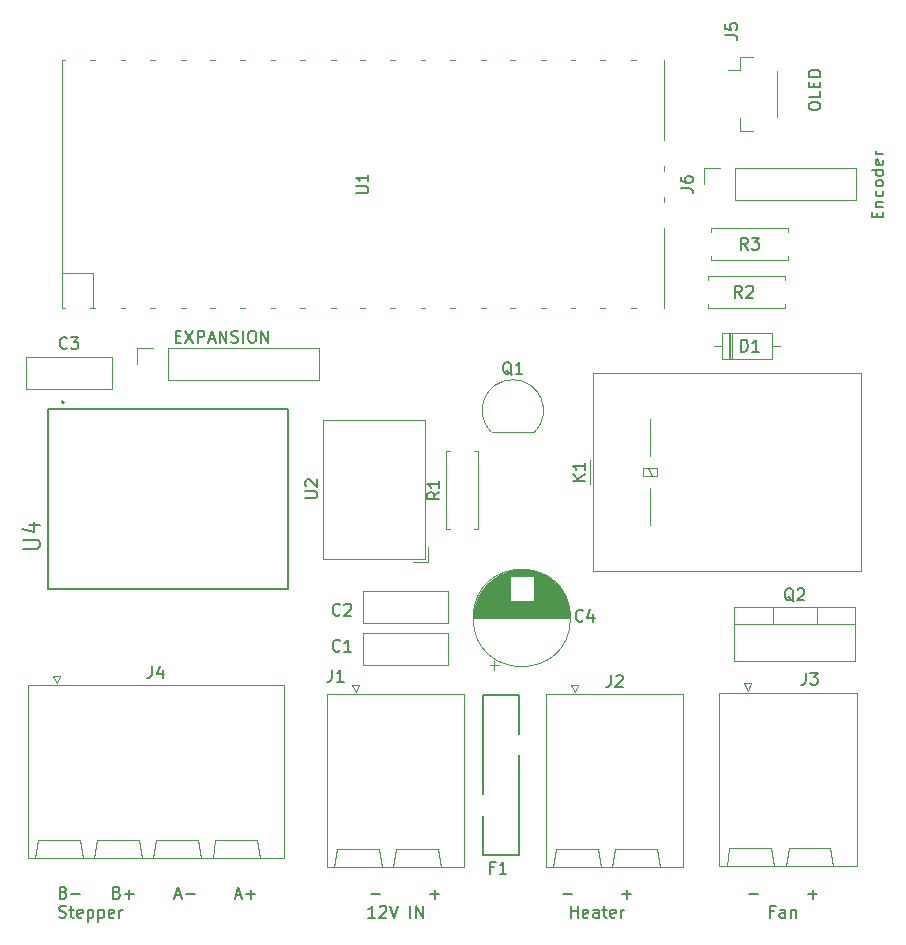
<source format=gbr>
%TF.GenerationSoftware,KiCad,Pcbnew,7.0.1*%
%TF.CreationDate,2023-03-31T16:58:59-04:00*%
%TF.ProjectId,KiwiBoard,4b697769-426f-4617-9264-2e6b69636164,rev?*%
%TF.SameCoordinates,Original*%
%TF.FileFunction,Legend,Top*%
%TF.FilePolarity,Positive*%
%FSLAX46Y46*%
G04 Gerber Fmt 4.6, Leading zero omitted, Abs format (unit mm)*
G04 Created by KiCad (PCBNEW 7.0.1) date 2023-03-31 16:58:59*
%MOMM*%
%LPD*%
G01*
G04 APERTURE LIST*
%ADD10C,0.150000*%
%ADD11C,0.120000*%
%ADD12C,0.127000*%
%ADD13C,0.200000*%
G04 APERTURE END LIST*
D10*
X122797809Y-55387904D02*
X122797809Y-55054571D01*
X123321619Y-54911714D02*
X123321619Y-55387904D01*
X123321619Y-55387904D02*
X122321619Y-55387904D01*
X122321619Y-55387904D02*
X122321619Y-54911714D01*
X122654952Y-54483142D02*
X123321619Y-54483142D01*
X122750190Y-54483142D02*
X122702571Y-54435523D01*
X122702571Y-54435523D02*
X122654952Y-54340285D01*
X122654952Y-54340285D02*
X122654952Y-54197428D01*
X122654952Y-54197428D02*
X122702571Y-54102190D01*
X122702571Y-54102190D02*
X122797809Y-54054571D01*
X122797809Y-54054571D02*
X123321619Y-54054571D01*
X123274000Y-53149809D02*
X123321619Y-53245047D01*
X123321619Y-53245047D02*
X123321619Y-53435523D01*
X123321619Y-53435523D02*
X123274000Y-53530761D01*
X123274000Y-53530761D02*
X123226380Y-53578380D01*
X123226380Y-53578380D02*
X123131142Y-53625999D01*
X123131142Y-53625999D02*
X122845428Y-53625999D01*
X122845428Y-53625999D02*
X122750190Y-53578380D01*
X122750190Y-53578380D02*
X122702571Y-53530761D01*
X122702571Y-53530761D02*
X122654952Y-53435523D01*
X122654952Y-53435523D02*
X122654952Y-53245047D01*
X122654952Y-53245047D02*
X122702571Y-53149809D01*
X123321619Y-52578380D02*
X123274000Y-52673618D01*
X123274000Y-52673618D02*
X123226380Y-52721237D01*
X123226380Y-52721237D02*
X123131142Y-52768856D01*
X123131142Y-52768856D02*
X122845428Y-52768856D01*
X122845428Y-52768856D02*
X122750190Y-52721237D01*
X122750190Y-52721237D02*
X122702571Y-52673618D01*
X122702571Y-52673618D02*
X122654952Y-52578380D01*
X122654952Y-52578380D02*
X122654952Y-52435523D01*
X122654952Y-52435523D02*
X122702571Y-52340285D01*
X122702571Y-52340285D02*
X122750190Y-52292666D01*
X122750190Y-52292666D02*
X122845428Y-52245047D01*
X122845428Y-52245047D02*
X123131142Y-52245047D01*
X123131142Y-52245047D02*
X123226380Y-52292666D01*
X123226380Y-52292666D02*
X123274000Y-52340285D01*
X123274000Y-52340285D02*
X123321619Y-52435523D01*
X123321619Y-52435523D02*
X123321619Y-52578380D01*
X123321619Y-51387904D02*
X122321619Y-51387904D01*
X123274000Y-51387904D02*
X123321619Y-51483142D01*
X123321619Y-51483142D02*
X123321619Y-51673618D01*
X123321619Y-51673618D02*
X123274000Y-51768856D01*
X123274000Y-51768856D02*
X123226380Y-51816475D01*
X123226380Y-51816475D02*
X123131142Y-51864094D01*
X123131142Y-51864094D02*
X122845428Y-51864094D01*
X122845428Y-51864094D02*
X122750190Y-51816475D01*
X122750190Y-51816475D02*
X122702571Y-51768856D01*
X122702571Y-51768856D02*
X122654952Y-51673618D01*
X122654952Y-51673618D02*
X122654952Y-51483142D01*
X122654952Y-51483142D02*
X122702571Y-51387904D01*
X123274000Y-50530761D02*
X123321619Y-50625999D01*
X123321619Y-50625999D02*
X123321619Y-50816475D01*
X123321619Y-50816475D02*
X123274000Y-50911713D01*
X123274000Y-50911713D02*
X123178761Y-50959332D01*
X123178761Y-50959332D02*
X122797809Y-50959332D01*
X122797809Y-50959332D02*
X122702571Y-50911713D01*
X122702571Y-50911713D02*
X122654952Y-50816475D01*
X122654952Y-50816475D02*
X122654952Y-50625999D01*
X122654952Y-50625999D02*
X122702571Y-50530761D01*
X122702571Y-50530761D02*
X122797809Y-50483142D01*
X122797809Y-50483142D02*
X122893047Y-50483142D01*
X122893047Y-50483142D02*
X122988285Y-50959332D01*
X123321619Y-50054570D02*
X122654952Y-50054570D01*
X122845428Y-50054570D02*
X122750190Y-50006951D01*
X122750190Y-50006951D02*
X122702571Y-49959332D01*
X122702571Y-49959332D02*
X122654952Y-49864094D01*
X122654952Y-49864094D02*
X122654952Y-49768856D01*
X111903238Y-112684666D02*
X112665143Y-112684666D01*
X116950858Y-112684666D02*
X117712763Y-112684666D01*
X117331810Y-113065619D02*
X117331810Y-112303714D01*
X114046095Y-114161809D02*
X113712762Y-114161809D01*
X113712762Y-114685619D02*
X113712762Y-113685619D01*
X113712762Y-113685619D02*
X114188952Y-113685619D01*
X114998476Y-114685619D02*
X114998476Y-114161809D01*
X114998476Y-114161809D02*
X114950857Y-114066571D01*
X114950857Y-114066571D02*
X114855619Y-114018952D01*
X114855619Y-114018952D02*
X114665143Y-114018952D01*
X114665143Y-114018952D02*
X114569905Y-114066571D01*
X114998476Y-114638000D02*
X114903238Y-114685619D01*
X114903238Y-114685619D02*
X114665143Y-114685619D01*
X114665143Y-114685619D02*
X114569905Y-114638000D01*
X114569905Y-114638000D02*
X114522286Y-114542761D01*
X114522286Y-114542761D02*
X114522286Y-114447523D01*
X114522286Y-114447523D02*
X114569905Y-114352285D01*
X114569905Y-114352285D02*
X114665143Y-114304666D01*
X114665143Y-114304666D02*
X114903238Y-114304666D01*
X114903238Y-114304666D02*
X114998476Y-114257047D01*
X115474667Y-114018952D02*
X115474667Y-114685619D01*
X115474667Y-114114190D02*
X115522286Y-114066571D01*
X115522286Y-114066571D02*
X115617524Y-114018952D01*
X115617524Y-114018952D02*
X115760381Y-114018952D01*
X115760381Y-114018952D02*
X115855619Y-114066571D01*
X115855619Y-114066571D02*
X115903238Y-114161809D01*
X115903238Y-114161809D02*
X115903238Y-114685619D01*
X53911428Y-112541809D02*
X54054285Y-112589428D01*
X54054285Y-112589428D02*
X54101904Y-112637047D01*
X54101904Y-112637047D02*
X54149523Y-112732285D01*
X54149523Y-112732285D02*
X54149523Y-112875142D01*
X54149523Y-112875142D02*
X54101904Y-112970380D01*
X54101904Y-112970380D02*
X54054285Y-113018000D01*
X54054285Y-113018000D02*
X53959047Y-113065619D01*
X53959047Y-113065619D02*
X53578095Y-113065619D01*
X53578095Y-113065619D02*
X53578095Y-112065619D01*
X53578095Y-112065619D02*
X53911428Y-112065619D01*
X53911428Y-112065619D02*
X54006666Y-112113238D01*
X54006666Y-112113238D02*
X54054285Y-112160857D01*
X54054285Y-112160857D02*
X54101904Y-112256095D01*
X54101904Y-112256095D02*
X54101904Y-112351333D01*
X54101904Y-112351333D02*
X54054285Y-112446571D01*
X54054285Y-112446571D02*
X54006666Y-112494190D01*
X54006666Y-112494190D02*
X53911428Y-112541809D01*
X53911428Y-112541809D02*
X53578095Y-112541809D01*
X54578095Y-112684666D02*
X55340000Y-112684666D01*
X58435238Y-112541809D02*
X58578095Y-112589428D01*
X58578095Y-112589428D02*
X58625714Y-112637047D01*
X58625714Y-112637047D02*
X58673333Y-112732285D01*
X58673333Y-112732285D02*
X58673333Y-112875142D01*
X58673333Y-112875142D02*
X58625714Y-112970380D01*
X58625714Y-112970380D02*
X58578095Y-113018000D01*
X58578095Y-113018000D02*
X58482857Y-113065619D01*
X58482857Y-113065619D02*
X58101905Y-113065619D01*
X58101905Y-113065619D02*
X58101905Y-112065619D01*
X58101905Y-112065619D02*
X58435238Y-112065619D01*
X58435238Y-112065619D02*
X58530476Y-112113238D01*
X58530476Y-112113238D02*
X58578095Y-112160857D01*
X58578095Y-112160857D02*
X58625714Y-112256095D01*
X58625714Y-112256095D02*
X58625714Y-112351333D01*
X58625714Y-112351333D02*
X58578095Y-112446571D01*
X58578095Y-112446571D02*
X58530476Y-112494190D01*
X58530476Y-112494190D02*
X58435238Y-112541809D01*
X58435238Y-112541809D02*
X58101905Y-112541809D01*
X59101905Y-112684666D02*
X59863810Y-112684666D01*
X59482857Y-113065619D02*
X59482857Y-112303714D01*
X63340001Y-112779904D02*
X63816191Y-112779904D01*
X63244763Y-113065619D02*
X63578096Y-112065619D01*
X63578096Y-112065619D02*
X63911429Y-113065619D01*
X64244763Y-112684666D02*
X65006668Y-112684666D01*
X68482859Y-112779904D02*
X68959049Y-112779904D01*
X68387621Y-113065619D02*
X68720954Y-112065619D01*
X68720954Y-112065619D02*
X69054287Y-113065619D01*
X69387621Y-112684666D02*
X70149526Y-112684666D01*
X69768573Y-113065619D02*
X69768573Y-112303714D01*
X53530476Y-114638000D02*
X53673333Y-114685619D01*
X53673333Y-114685619D02*
X53911428Y-114685619D01*
X53911428Y-114685619D02*
X54006666Y-114638000D01*
X54006666Y-114638000D02*
X54054285Y-114590380D01*
X54054285Y-114590380D02*
X54101904Y-114495142D01*
X54101904Y-114495142D02*
X54101904Y-114399904D01*
X54101904Y-114399904D02*
X54054285Y-114304666D01*
X54054285Y-114304666D02*
X54006666Y-114257047D01*
X54006666Y-114257047D02*
X53911428Y-114209428D01*
X53911428Y-114209428D02*
X53720952Y-114161809D01*
X53720952Y-114161809D02*
X53625714Y-114114190D01*
X53625714Y-114114190D02*
X53578095Y-114066571D01*
X53578095Y-114066571D02*
X53530476Y-113971333D01*
X53530476Y-113971333D02*
X53530476Y-113876095D01*
X53530476Y-113876095D02*
X53578095Y-113780857D01*
X53578095Y-113780857D02*
X53625714Y-113733238D01*
X53625714Y-113733238D02*
X53720952Y-113685619D01*
X53720952Y-113685619D02*
X53959047Y-113685619D01*
X53959047Y-113685619D02*
X54101904Y-113733238D01*
X54387619Y-114018952D02*
X54768571Y-114018952D01*
X54530476Y-113685619D02*
X54530476Y-114542761D01*
X54530476Y-114542761D02*
X54578095Y-114638000D01*
X54578095Y-114638000D02*
X54673333Y-114685619D01*
X54673333Y-114685619D02*
X54768571Y-114685619D01*
X55482857Y-114638000D02*
X55387619Y-114685619D01*
X55387619Y-114685619D02*
X55197143Y-114685619D01*
X55197143Y-114685619D02*
X55101905Y-114638000D01*
X55101905Y-114638000D02*
X55054286Y-114542761D01*
X55054286Y-114542761D02*
X55054286Y-114161809D01*
X55054286Y-114161809D02*
X55101905Y-114066571D01*
X55101905Y-114066571D02*
X55197143Y-114018952D01*
X55197143Y-114018952D02*
X55387619Y-114018952D01*
X55387619Y-114018952D02*
X55482857Y-114066571D01*
X55482857Y-114066571D02*
X55530476Y-114161809D01*
X55530476Y-114161809D02*
X55530476Y-114257047D01*
X55530476Y-114257047D02*
X55054286Y-114352285D01*
X55959048Y-114018952D02*
X55959048Y-115018952D01*
X55959048Y-114066571D02*
X56054286Y-114018952D01*
X56054286Y-114018952D02*
X56244762Y-114018952D01*
X56244762Y-114018952D02*
X56340000Y-114066571D01*
X56340000Y-114066571D02*
X56387619Y-114114190D01*
X56387619Y-114114190D02*
X56435238Y-114209428D01*
X56435238Y-114209428D02*
X56435238Y-114495142D01*
X56435238Y-114495142D02*
X56387619Y-114590380D01*
X56387619Y-114590380D02*
X56340000Y-114638000D01*
X56340000Y-114638000D02*
X56244762Y-114685619D01*
X56244762Y-114685619D02*
X56054286Y-114685619D01*
X56054286Y-114685619D02*
X55959048Y-114638000D01*
X56863810Y-114018952D02*
X56863810Y-115018952D01*
X56863810Y-114066571D02*
X56959048Y-114018952D01*
X56959048Y-114018952D02*
X57149524Y-114018952D01*
X57149524Y-114018952D02*
X57244762Y-114066571D01*
X57244762Y-114066571D02*
X57292381Y-114114190D01*
X57292381Y-114114190D02*
X57340000Y-114209428D01*
X57340000Y-114209428D02*
X57340000Y-114495142D01*
X57340000Y-114495142D02*
X57292381Y-114590380D01*
X57292381Y-114590380D02*
X57244762Y-114638000D01*
X57244762Y-114638000D02*
X57149524Y-114685619D01*
X57149524Y-114685619D02*
X56959048Y-114685619D01*
X56959048Y-114685619D02*
X56863810Y-114638000D01*
X58149524Y-114638000D02*
X58054286Y-114685619D01*
X58054286Y-114685619D02*
X57863810Y-114685619D01*
X57863810Y-114685619D02*
X57768572Y-114638000D01*
X57768572Y-114638000D02*
X57720953Y-114542761D01*
X57720953Y-114542761D02*
X57720953Y-114161809D01*
X57720953Y-114161809D02*
X57768572Y-114066571D01*
X57768572Y-114066571D02*
X57863810Y-114018952D01*
X57863810Y-114018952D02*
X58054286Y-114018952D01*
X58054286Y-114018952D02*
X58149524Y-114066571D01*
X58149524Y-114066571D02*
X58197143Y-114161809D01*
X58197143Y-114161809D02*
X58197143Y-114257047D01*
X58197143Y-114257047D02*
X57720953Y-114352285D01*
X58625715Y-114685619D02*
X58625715Y-114018952D01*
X58625715Y-114209428D02*
X58673334Y-114114190D01*
X58673334Y-114114190D02*
X58720953Y-114066571D01*
X58720953Y-114066571D02*
X58816191Y-114018952D01*
X58816191Y-114018952D02*
X58911429Y-114018952D01*
X116987619Y-46053428D02*
X116987619Y-45862952D01*
X116987619Y-45862952D02*
X117035238Y-45767714D01*
X117035238Y-45767714D02*
X117130476Y-45672476D01*
X117130476Y-45672476D02*
X117320952Y-45624857D01*
X117320952Y-45624857D02*
X117654285Y-45624857D01*
X117654285Y-45624857D02*
X117844761Y-45672476D01*
X117844761Y-45672476D02*
X117940000Y-45767714D01*
X117940000Y-45767714D02*
X117987619Y-45862952D01*
X117987619Y-45862952D02*
X117987619Y-46053428D01*
X117987619Y-46053428D02*
X117940000Y-46148666D01*
X117940000Y-46148666D02*
X117844761Y-46243904D01*
X117844761Y-46243904D02*
X117654285Y-46291523D01*
X117654285Y-46291523D02*
X117320952Y-46291523D01*
X117320952Y-46291523D02*
X117130476Y-46243904D01*
X117130476Y-46243904D02*
X117035238Y-46148666D01*
X117035238Y-46148666D02*
X116987619Y-46053428D01*
X117987619Y-44720095D02*
X117987619Y-45196285D01*
X117987619Y-45196285D02*
X116987619Y-45196285D01*
X117463809Y-44386761D02*
X117463809Y-44053428D01*
X117987619Y-43910571D02*
X117987619Y-44386761D01*
X117987619Y-44386761D02*
X116987619Y-44386761D01*
X116987619Y-44386761D02*
X116987619Y-43910571D01*
X117987619Y-43481999D02*
X116987619Y-43481999D01*
X116987619Y-43481999D02*
X116987619Y-43243904D01*
X116987619Y-43243904D02*
X117035238Y-43101047D01*
X117035238Y-43101047D02*
X117130476Y-43005809D01*
X117130476Y-43005809D02*
X117225714Y-42958190D01*
X117225714Y-42958190D02*
X117416190Y-42910571D01*
X117416190Y-42910571D02*
X117559047Y-42910571D01*
X117559047Y-42910571D02*
X117749523Y-42958190D01*
X117749523Y-42958190D02*
X117844761Y-43005809D01*
X117844761Y-43005809D02*
X117940000Y-43101047D01*
X117940000Y-43101047D02*
X117987619Y-43243904D01*
X117987619Y-43243904D02*
X117987619Y-43481999D01*
X96155238Y-112684666D02*
X96917143Y-112684666D01*
X101202858Y-112684666D02*
X101964763Y-112684666D01*
X101583810Y-113065619D02*
X101583810Y-112303714D01*
X96869523Y-114685619D02*
X96869523Y-113685619D01*
X96869523Y-114161809D02*
X97440951Y-114161809D01*
X97440951Y-114685619D02*
X97440951Y-113685619D01*
X98298094Y-114638000D02*
X98202856Y-114685619D01*
X98202856Y-114685619D02*
X98012380Y-114685619D01*
X98012380Y-114685619D02*
X97917142Y-114638000D01*
X97917142Y-114638000D02*
X97869523Y-114542761D01*
X97869523Y-114542761D02*
X97869523Y-114161809D01*
X97869523Y-114161809D02*
X97917142Y-114066571D01*
X97917142Y-114066571D02*
X98012380Y-114018952D01*
X98012380Y-114018952D02*
X98202856Y-114018952D01*
X98202856Y-114018952D02*
X98298094Y-114066571D01*
X98298094Y-114066571D02*
X98345713Y-114161809D01*
X98345713Y-114161809D02*
X98345713Y-114257047D01*
X98345713Y-114257047D02*
X97869523Y-114352285D01*
X99202856Y-114685619D02*
X99202856Y-114161809D01*
X99202856Y-114161809D02*
X99155237Y-114066571D01*
X99155237Y-114066571D02*
X99059999Y-114018952D01*
X99059999Y-114018952D02*
X98869523Y-114018952D01*
X98869523Y-114018952D02*
X98774285Y-114066571D01*
X99202856Y-114638000D02*
X99107618Y-114685619D01*
X99107618Y-114685619D02*
X98869523Y-114685619D01*
X98869523Y-114685619D02*
X98774285Y-114638000D01*
X98774285Y-114638000D02*
X98726666Y-114542761D01*
X98726666Y-114542761D02*
X98726666Y-114447523D01*
X98726666Y-114447523D02*
X98774285Y-114352285D01*
X98774285Y-114352285D02*
X98869523Y-114304666D01*
X98869523Y-114304666D02*
X99107618Y-114304666D01*
X99107618Y-114304666D02*
X99202856Y-114257047D01*
X99536190Y-114018952D02*
X99917142Y-114018952D01*
X99679047Y-113685619D02*
X99679047Y-114542761D01*
X99679047Y-114542761D02*
X99726666Y-114638000D01*
X99726666Y-114638000D02*
X99821904Y-114685619D01*
X99821904Y-114685619D02*
X99917142Y-114685619D01*
X100631428Y-114638000D02*
X100536190Y-114685619D01*
X100536190Y-114685619D02*
X100345714Y-114685619D01*
X100345714Y-114685619D02*
X100250476Y-114638000D01*
X100250476Y-114638000D02*
X100202857Y-114542761D01*
X100202857Y-114542761D02*
X100202857Y-114161809D01*
X100202857Y-114161809D02*
X100250476Y-114066571D01*
X100250476Y-114066571D02*
X100345714Y-114018952D01*
X100345714Y-114018952D02*
X100536190Y-114018952D01*
X100536190Y-114018952D02*
X100631428Y-114066571D01*
X100631428Y-114066571D02*
X100679047Y-114161809D01*
X100679047Y-114161809D02*
X100679047Y-114257047D01*
X100679047Y-114257047D02*
X100202857Y-114352285D01*
X101107619Y-114685619D02*
X101107619Y-114018952D01*
X101107619Y-114209428D02*
X101155238Y-114114190D01*
X101155238Y-114114190D02*
X101202857Y-114066571D01*
X101202857Y-114066571D02*
X101298095Y-114018952D01*
X101298095Y-114018952D02*
X101393333Y-114018952D01*
X79899238Y-112684666D02*
X80661143Y-112684666D01*
X84946858Y-112684666D02*
X85708763Y-112684666D01*
X85327810Y-113065619D02*
X85327810Y-112303714D01*
X80280190Y-114685619D02*
X79708762Y-114685619D01*
X79994476Y-114685619D02*
X79994476Y-113685619D01*
X79994476Y-113685619D02*
X79899238Y-113828476D01*
X79899238Y-113828476D02*
X79804000Y-113923714D01*
X79804000Y-113923714D02*
X79708762Y-113971333D01*
X80661143Y-113780857D02*
X80708762Y-113733238D01*
X80708762Y-113733238D02*
X80804000Y-113685619D01*
X80804000Y-113685619D02*
X81042095Y-113685619D01*
X81042095Y-113685619D02*
X81137333Y-113733238D01*
X81137333Y-113733238D02*
X81184952Y-113780857D01*
X81184952Y-113780857D02*
X81232571Y-113876095D01*
X81232571Y-113876095D02*
X81232571Y-113971333D01*
X81232571Y-113971333D02*
X81184952Y-114114190D01*
X81184952Y-114114190D02*
X80613524Y-114685619D01*
X80613524Y-114685619D02*
X81232571Y-114685619D01*
X81518286Y-113685619D02*
X81851619Y-114685619D01*
X81851619Y-114685619D02*
X82184952Y-113685619D01*
X83280191Y-114685619D02*
X83280191Y-113685619D01*
X83756381Y-114685619D02*
X83756381Y-113685619D01*
X83756381Y-113685619D02*
X84327809Y-114685619D01*
X84327809Y-114685619D02*
X84327809Y-113685619D01*
%TO.C,EXPANSION*%
X63405238Y-65470809D02*
X63738571Y-65470809D01*
X63881428Y-65994619D02*
X63405238Y-65994619D01*
X63405238Y-65994619D02*
X63405238Y-64994619D01*
X63405238Y-64994619D02*
X63881428Y-64994619D01*
X64214762Y-64994619D02*
X64881428Y-65994619D01*
X64881428Y-64994619D02*
X64214762Y-65994619D01*
X65262381Y-65994619D02*
X65262381Y-64994619D01*
X65262381Y-64994619D02*
X65643333Y-64994619D01*
X65643333Y-64994619D02*
X65738571Y-65042238D01*
X65738571Y-65042238D02*
X65786190Y-65089857D01*
X65786190Y-65089857D02*
X65833809Y-65185095D01*
X65833809Y-65185095D02*
X65833809Y-65327952D01*
X65833809Y-65327952D02*
X65786190Y-65423190D01*
X65786190Y-65423190D02*
X65738571Y-65470809D01*
X65738571Y-65470809D02*
X65643333Y-65518428D01*
X65643333Y-65518428D02*
X65262381Y-65518428D01*
X66214762Y-65708904D02*
X66690952Y-65708904D01*
X66119524Y-65994619D02*
X66452857Y-64994619D01*
X66452857Y-64994619D02*
X66786190Y-65994619D01*
X67119524Y-65994619D02*
X67119524Y-64994619D01*
X67119524Y-64994619D02*
X67690952Y-65994619D01*
X67690952Y-65994619D02*
X67690952Y-64994619D01*
X68119524Y-65947000D02*
X68262381Y-65994619D01*
X68262381Y-65994619D02*
X68500476Y-65994619D01*
X68500476Y-65994619D02*
X68595714Y-65947000D01*
X68595714Y-65947000D02*
X68643333Y-65899380D01*
X68643333Y-65899380D02*
X68690952Y-65804142D01*
X68690952Y-65804142D02*
X68690952Y-65708904D01*
X68690952Y-65708904D02*
X68643333Y-65613666D01*
X68643333Y-65613666D02*
X68595714Y-65566047D01*
X68595714Y-65566047D02*
X68500476Y-65518428D01*
X68500476Y-65518428D02*
X68310000Y-65470809D01*
X68310000Y-65470809D02*
X68214762Y-65423190D01*
X68214762Y-65423190D02*
X68167143Y-65375571D01*
X68167143Y-65375571D02*
X68119524Y-65280333D01*
X68119524Y-65280333D02*
X68119524Y-65185095D01*
X68119524Y-65185095D02*
X68167143Y-65089857D01*
X68167143Y-65089857D02*
X68214762Y-65042238D01*
X68214762Y-65042238D02*
X68310000Y-64994619D01*
X68310000Y-64994619D02*
X68548095Y-64994619D01*
X68548095Y-64994619D02*
X68690952Y-65042238D01*
X69119524Y-65994619D02*
X69119524Y-64994619D01*
X69786190Y-64994619D02*
X69976666Y-64994619D01*
X69976666Y-64994619D02*
X70071904Y-65042238D01*
X70071904Y-65042238D02*
X70167142Y-65137476D01*
X70167142Y-65137476D02*
X70214761Y-65327952D01*
X70214761Y-65327952D02*
X70214761Y-65661285D01*
X70214761Y-65661285D02*
X70167142Y-65851761D01*
X70167142Y-65851761D02*
X70071904Y-65947000D01*
X70071904Y-65947000D02*
X69976666Y-65994619D01*
X69976666Y-65994619D02*
X69786190Y-65994619D01*
X69786190Y-65994619D02*
X69690952Y-65947000D01*
X69690952Y-65947000D02*
X69595714Y-65851761D01*
X69595714Y-65851761D02*
X69548095Y-65661285D01*
X69548095Y-65661285D02*
X69548095Y-65327952D01*
X69548095Y-65327952D02*
X69595714Y-65137476D01*
X69595714Y-65137476D02*
X69690952Y-65042238D01*
X69690952Y-65042238D02*
X69786190Y-64994619D01*
X70643333Y-65994619D02*
X70643333Y-64994619D01*
X70643333Y-64994619D02*
X71214761Y-65994619D01*
X71214761Y-65994619D02*
X71214761Y-64994619D01*
%TO.C,J1*%
X76628666Y-93696619D02*
X76628666Y-94410904D01*
X76628666Y-94410904D02*
X76581047Y-94553761D01*
X76581047Y-94553761D02*
X76485809Y-94649000D01*
X76485809Y-94649000D02*
X76342952Y-94696619D01*
X76342952Y-94696619D02*
X76247714Y-94696619D01*
X77628666Y-94696619D02*
X77057238Y-94696619D01*
X77342952Y-94696619D02*
X77342952Y-93696619D01*
X77342952Y-93696619D02*
X77247714Y-93839476D01*
X77247714Y-93839476D02*
X77152476Y-93934714D01*
X77152476Y-93934714D02*
X77057238Y-93982333D01*
%TO.C,F1*%
X90344399Y-110428761D02*
X90010798Y-110428761D01*
X90010798Y-110952991D02*
X90010798Y-109952188D01*
X90010798Y-109952188D02*
X90487371Y-109952188D01*
X91392859Y-110952991D02*
X90820972Y-110952991D01*
X91106915Y-110952991D02*
X91106915Y-109952188D01*
X91106915Y-109952188D02*
X91011601Y-110095160D01*
X91011601Y-110095160D02*
X90916286Y-110190474D01*
X90916286Y-110190474D02*
X90820972Y-110238132D01*
%TO.C,Q1*%
X91852761Y-68731857D02*
X91757523Y-68684238D01*
X91757523Y-68684238D02*
X91662285Y-68589000D01*
X91662285Y-68589000D02*
X91519428Y-68446142D01*
X91519428Y-68446142D02*
X91424190Y-68398523D01*
X91424190Y-68398523D02*
X91328952Y-68398523D01*
X91376571Y-68636619D02*
X91281333Y-68589000D01*
X91281333Y-68589000D02*
X91186095Y-68493761D01*
X91186095Y-68493761D02*
X91138476Y-68303285D01*
X91138476Y-68303285D02*
X91138476Y-67969952D01*
X91138476Y-67969952D02*
X91186095Y-67779476D01*
X91186095Y-67779476D02*
X91281333Y-67684238D01*
X91281333Y-67684238D02*
X91376571Y-67636619D01*
X91376571Y-67636619D02*
X91567047Y-67636619D01*
X91567047Y-67636619D02*
X91662285Y-67684238D01*
X91662285Y-67684238D02*
X91757523Y-67779476D01*
X91757523Y-67779476D02*
X91805142Y-67969952D01*
X91805142Y-67969952D02*
X91805142Y-68303285D01*
X91805142Y-68303285D02*
X91757523Y-68493761D01*
X91757523Y-68493761D02*
X91662285Y-68589000D01*
X91662285Y-68589000D02*
X91567047Y-68636619D01*
X91567047Y-68636619D02*
X91376571Y-68636619D01*
X92757523Y-68636619D02*
X92186095Y-68636619D01*
X92471809Y-68636619D02*
X92471809Y-67636619D01*
X92471809Y-67636619D02*
X92376571Y-67779476D01*
X92376571Y-67779476D02*
X92281333Y-67874714D01*
X92281333Y-67874714D02*
X92186095Y-67922333D01*
%TO.C,J5*%
X109952619Y-39957333D02*
X110666904Y-39957333D01*
X110666904Y-39957333D02*
X110809761Y-40004952D01*
X110809761Y-40004952D02*
X110905000Y-40100190D01*
X110905000Y-40100190D02*
X110952619Y-40243047D01*
X110952619Y-40243047D02*
X110952619Y-40338285D01*
X109952619Y-39004952D02*
X109952619Y-39481142D01*
X109952619Y-39481142D02*
X110428809Y-39528761D01*
X110428809Y-39528761D02*
X110381190Y-39481142D01*
X110381190Y-39481142D02*
X110333571Y-39385904D01*
X110333571Y-39385904D02*
X110333571Y-39147809D01*
X110333571Y-39147809D02*
X110381190Y-39052571D01*
X110381190Y-39052571D02*
X110428809Y-39004952D01*
X110428809Y-39004952D02*
X110524047Y-38957333D01*
X110524047Y-38957333D02*
X110762142Y-38957333D01*
X110762142Y-38957333D02*
X110857380Y-39004952D01*
X110857380Y-39004952D02*
X110905000Y-39052571D01*
X110905000Y-39052571D02*
X110952619Y-39147809D01*
X110952619Y-39147809D02*
X110952619Y-39385904D01*
X110952619Y-39385904D02*
X110905000Y-39481142D01*
X110905000Y-39481142D02*
X110857380Y-39528761D01*
%TO.C,C4*%
X97877333Y-89521380D02*
X97829714Y-89569000D01*
X97829714Y-89569000D02*
X97686857Y-89616619D01*
X97686857Y-89616619D02*
X97591619Y-89616619D01*
X97591619Y-89616619D02*
X97448762Y-89569000D01*
X97448762Y-89569000D02*
X97353524Y-89473761D01*
X97353524Y-89473761D02*
X97305905Y-89378523D01*
X97305905Y-89378523D02*
X97258286Y-89188047D01*
X97258286Y-89188047D02*
X97258286Y-89045190D01*
X97258286Y-89045190D02*
X97305905Y-88854714D01*
X97305905Y-88854714D02*
X97353524Y-88759476D01*
X97353524Y-88759476D02*
X97448762Y-88664238D01*
X97448762Y-88664238D02*
X97591619Y-88616619D01*
X97591619Y-88616619D02*
X97686857Y-88616619D01*
X97686857Y-88616619D02*
X97829714Y-88664238D01*
X97829714Y-88664238D02*
X97877333Y-88711857D01*
X98734476Y-88949952D02*
X98734476Y-89616619D01*
X98496381Y-88569000D02*
X98258286Y-89283285D01*
X98258286Y-89283285D02*
X98877333Y-89283285D01*
%TO.C,C3*%
X54189333Y-66447380D02*
X54141714Y-66495000D01*
X54141714Y-66495000D02*
X53998857Y-66542619D01*
X53998857Y-66542619D02*
X53903619Y-66542619D01*
X53903619Y-66542619D02*
X53760762Y-66495000D01*
X53760762Y-66495000D02*
X53665524Y-66399761D01*
X53665524Y-66399761D02*
X53617905Y-66304523D01*
X53617905Y-66304523D02*
X53570286Y-66114047D01*
X53570286Y-66114047D02*
X53570286Y-65971190D01*
X53570286Y-65971190D02*
X53617905Y-65780714D01*
X53617905Y-65780714D02*
X53665524Y-65685476D01*
X53665524Y-65685476D02*
X53760762Y-65590238D01*
X53760762Y-65590238D02*
X53903619Y-65542619D01*
X53903619Y-65542619D02*
X53998857Y-65542619D01*
X53998857Y-65542619D02*
X54141714Y-65590238D01*
X54141714Y-65590238D02*
X54189333Y-65637857D01*
X54522667Y-65542619D02*
X55141714Y-65542619D01*
X55141714Y-65542619D02*
X54808381Y-65923571D01*
X54808381Y-65923571D02*
X54951238Y-65923571D01*
X54951238Y-65923571D02*
X55046476Y-65971190D01*
X55046476Y-65971190D02*
X55094095Y-66018809D01*
X55094095Y-66018809D02*
X55141714Y-66114047D01*
X55141714Y-66114047D02*
X55141714Y-66352142D01*
X55141714Y-66352142D02*
X55094095Y-66447380D01*
X55094095Y-66447380D02*
X55046476Y-66495000D01*
X55046476Y-66495000D02*
X54951238Y-66542619D01*
X54951238Y-66542619D02*
X54665524Y-66542619D01*
X54665524Y-66542619D02*
X54570286Y-66495000D01*
X54570286Y-66495000D02*
X54522667Y-66447380D01*
%TO.C,C1*%
X77303333Y-92061380D02*
X77255714Y-92109000D01*
X77255714Y-92109000D02*
X77112857Y-92156619D01*
X77112857Y-92156619D02*
X77017619Y-92156619D01*
X77017619Y-92156619D02*
X76874762Y-92109000D01*
X76874762Y-92109000D02*
X76779524Y-92013761D01*
X76779524Y-92013761D02*
X76731905Y-91918523D01*
X76731905Y-91918523D02*
X76684286Y-91728047D01*
X76684286Y-91728047D02*
X76684286Y-91585190D01*
X76684286Y-91585190D02*
X76731905Y-91394714D01*
X76731905Y-91394714D02*
X76779524Y-91299476D01*
X76779524Y-91299476D02*
X76874762Y-91204238D01*
X76874762Y-91204238D02*
X77017619Y-91156619D01*
X77017619Y-91156619D02*
X77112857Y-91156619D01*
X77112857Y-91156619D02*
X77255714Y-91204238D01*
X77255714Y-91204238D02*
X77303333Y-91251857D01*
X78255714Y-92156619D02*
X77684286Y-92156619D01*
X77970000Y-92156619D02*
X77970000Y-91156619D01*
X77970000Y-91156619D02*
X77874762Y-91299476D01*
X77874762Y-91299476D02*
X77779524Y-91394714D01*
X77779524Y-91394714D02*
X77684286Y-91442333D01*
%TO.C,Q2*%
X115728761Y-87910857D02*
X115633523Y-87863238D01*
X115633523Y-87863238D02*
X115538285Y-87768000D01*
X115538285Y-87768000D02*
X115395428Y-87625142D01*
X115395428Y-87625142D02*
X115300190Y-87577523D01*
X115300190Y-87577523D02*
X115204952Y-87577523D01*
X115252571Y-87815619D02*
X115157333Y-87768000D01*
X115157333Y-87768000D02*
X115062095Y-87672761D01*
X115062095Y-87672761D02*
X115014476Y-87482285D01*
X115014476Y-87482285D02*
X115014476Y-87148952D01*
X115014476Y-87148952D02*
X115062095Y-86958476D01*
X115062095Y-86958476D02*
X115157333Y-86863238D01*
X115157333Y-86863238D02*
X115252571Y-86815619D01*
X115252571Y-86815619D02*
X115443047Y-86815619D01*
X115443047Y-86815619D02*
X115538285Y-86863238D01*
X115538285Y-86863238D02*
X115633523Y-86958476D01*
X115633523Y-86958476D02*
X115681142Y-87148952D01*
X115681142Y-87148952D02*
X115681142Y-87482285D01*
X115681142Y-87482285D02*
X115633523Y-87672761D01*
X115633523Y-87672761D02*
X115538285Y-87768000D01*
X115538285Y-87768000D02*
X115443047Y-87815619D01*
X115443047Y-87815619D02*
X115252571Y-87815619D01*
X116062095Y-86910857D02*
X116109714Y-86863238D01*
X116109714Y-86863238D02*
X116204952Y-86815619D01*
X116204952Y-86815619D02*
X116443047Y-86815619D01*
X116443047Y-86815619D02*
X116538285Y-86863238D01*
X116538285Y-86863238D02*
X116585904Y-86910857D01*
X116585904Y-86910857D02*
X116633523Y-87006095D01*
X116633523Y-87006095D02*
X116633523Y-87101333D01*
X116633523Y-87101333D02*
X116585904Y-87244190D01*
X116585904Y-87244190D02*
X116014476Y-87815619D01*
X116014476Y-87815619D02*
X116633523Y-87815619D01*
%TO.C,C2*%
X77303333Y-89013380D02*
X77255714Y-89061000D01*
X77255714Y-89061000D02*
X77112857Y-89108619D01*
X77112857Y-89108619D02*
X77017619Y-89108619D01*
X77017619Y-89108619D02*
X76874762Y-89061000D01*
X76874762Y-89061000D02*
X76779524Y-88965761D01*
X76779524Y-88965761D02*
X76731905Y-88870523D01*
X76731905Y-88870523D02*
X76684286Y-88680047D01*
X76684286Y-88680047D02*
X76684286Y-88537190D01*
X76684286Y-88537190D02*
X76731905Y-88346714D01*
X76731905Y-88346714D02*
X76779524Y-88251476D01*
X76779524Y-88251476D02*
X76874762Y-88156238D01*
X76874762Y-88156238D02*
X77017619Y-88108619D01*
X77017619Y-88108619D02*
X77112857Y-88108619D01*
X77112857Y-88108619D02*
X77255714Y-88156238D01*
X77255714Y-88156238D02*
X77303333Y-88203857D01*
X77684286Y-88203857D02*
X77731905Y-88156238D01*
X77731905Y-88156238D02*
X77827143Y-88108619D01*
X77827143Y-88108619D02*
X78065238Y-88108619D01*
X78065238Y-88108619D02*
X78160476Y-88156238D01*
X78160476Y-88156238D02*
X78208095Y-88203857D01*
X78208095Y-88203857D02*
X78255714Y-88299095D01*
X78255714Y-88299095D02*
X78255714Y-88394333D01*
X78255714Y-88394333D02*
X78208095Y-88537190D01*
X78208095Y-88537190D02*
X77636667Y-89108619D01*
X77636667Y-89108619D02*
X78255714Y-89108619D01*
%TO.C,R1*%
X85722619Y-78652666D02*
X85246428Y-78985999D01*
X85722619Y-79224094D02*
X84722619Y-79224094D01*
X84722619Y-79224094D02*
X84722619Y-78843142D01*
X84722619Y-78843142D02*
X84770238Y-78747904D01*
X84770238Y-78747904D02*
X84817857Y-78700285D01*
X84817857Y-78700285D02*
X84913095Y-78652666D01*
X84913095Y-78652666D02*
X85055952Y-78652666D01*
X85055952Y-78652666D02*
X85151190Y-78700285D01*
X85151190Y-78700285D02*
X85198809Y-78747904D01*
X85198809Y-78747904D02*
X85246428Y-78843142D01*
X85246428Y-78843142D02*
X85246428Y-79224094D01*
X85722619Y-77700285D02*
X85722619Y-78271713D01*
X85722619Y-77985999D02*
X84722619Y-77985999D01*
X84722619Y-77985999D02*
X84865476Y-78081237D01*
X84865476Y-78081237D02*
X84960714Y-78176475D01*
X84960714Y-78176475D02*
X85008333Y-78271713D01*
%TO.C,D1*%
X111275905Y-66756619D02*
X111275905Y-65756619D01*
X111275905Y-65756619D02*
X111514000Y-65756619D01*
X111514000Y-65756619D02*
X111656857Y-65804238D01*
X111656857Y-65804238D02*
X111752095Y-65899476D01*
X111752095Y-65899476D02*
X111799714Y-65994714D01*
X111799714Y-65994714D02*
X111847333Y-66185190D01*
X111847333Y-66185190D02*
X111847333Y-66328047D01*
X111847333Y-66328047D02*
X111799714Y-66518523D01*
X111799714Y-66518523D02*
X111752095Y-66613761D01*
X111752095Y-66613761D02*
X111656857Y-66709000D01*
X111656857Y-66709000D02*
X111514000Y-66756619D01*
X111514000Y-66756619D02*
X111275905Y-66756619D01*
X112799714Y-66756619D02*
X112228286Y-66756619D01*
X112514000Y-66756619D02*
X112514000Y-65756619D01*
X112514000Y-65756619D02*
X112418762Y-65899476D01*
X112418762Y-65899476D02*
X112323524Y-65994714D01*
X112323524Y-65994714D02*
X112228286Y-66042333D01*
%TO.C,J3*%
X116760666Y-93950619D02*
X116760666Y-94664904D01*
X116760666Y-94664904D02*
X116713047Y-94807761D01*
X116713047Y-94807761D02*
X116617809Y-94903000D01*
X116617809Y-94903000D02*
X116474952Y-94950619D01*
X116474952Y-94950619D02*
X116379714Y-94950619D01*
X117141619Y-93950619D02*
X117760666Y-93950619D01*
X117760666Y-93950619D02*
X117427333Y-94331571D01*
X117427333Y-94331571D02*
X117570190Y-94331571D01*
X117570190Y-94331571D02*
X117665428Y-94379190D01*
X117665428Y-94379190D02*
X117713047Y-94426809D01*
X117713047Y-94426809D02*
X117760666Y-94522047D01*
X117760666Y-94522047D02*
X117760666Y-94760142D01*
X117760666Y-94760142D02*
X117713047Y-94855380D01*
X117713047Y-94855380D02*
X117665428Y-94903000D01*
X117665428Y-94903000D02*
X117570190Y-94950619D01*
X117570190Y-94950619D02*
X117284476Y-94950619D01*
X117284476Y-94950619D02*
X117189238Y-94903000D01*
X117189238Y-94903000D02*
X117141619Y-94855380D01*
%TO.C,U4*%
X50496666Y-83469666D02*
X51630000Y-83469666D01*
X51630000Y-83469666D02*
X51763333Y-83403000D01*
X51763333Y-83403000D02*
X51830000Y-83336333D01*
X51830000Y-83336333D02*
X51896666Y-83203000D01*
X51896666Y-83203000D02*
X51896666Y-82936333D01*
X51896666Y-82936333D02*
X51830000Y-82803000D01*
X51830000Y-82803000D02*
X51763333Y-82736333D01*
X51763333Y-82736333D02*
X51630000Y-82669666D01*
X51630000Y-82669666D02*
X50496666Y-82669666D01*
X50963333Y-81402999D02*
X51896666Y-81402999D01*
X50430000Y-81736333D02*
X51430000Y-82069666D01*
X51430000Y-82069666D02*
X51430000Y-81202999D01*
%TO.C,R3*%
X111847333Y-58120619D02*
X111514000Y-57644428D01*
X111275905Y-58120619D02*
X111275905Y-57120619D01*
X111275905Y-57120619D02*
X111656857Y-57120619D01*
X111656857Y-57120619D02*
X111752095Y-57168238D01*
X111752095Y-57168238D02*
X111799714Y-57215857D01*
X111799714Y-57215857D02*
X111847333Y-57311095D01*
X111847333Y-57311095D02*
X111847333Y-57453952D01*
X111847333Y-57453952D02*
X111799714Y-57549190D01*
X111799714Y-57549190D02*
X111752095Y-57596809D01*
X111752095Y-57596809D02*
X111656857Y-57644428D01*
X111656857Y-57644428D02*
X111275905Y-57644428D01*
X112180667Y-57120619D02*
X112799714Y-57120619D01*
X112799714Y-57120619D02*
X112466381Y-57501571D01*
X112466381Y-57501571D02*
X112609238Y-57501571D01*
X112609238Y-57501571D02*
X112704476Y-57549190D01*
X112704476Y-57549190D02*
X112752095Y-57596809D01*
X112752095Y-57596809D02*
X112799714Y-57692047D01*
X112799714Y-57692047D02*
X112799714Y-57930142D01*
X112799714Y-57930142D02*
X112752095Y-58025380D01*
X112752095Y-58025380D02*
X112704476Y-58073000D01*
X112704476Y-58073000D02*
X112609238Y-58120619D01*
X112609238Y-58120619D02*
X112323524Y-58120619D01*
X112323524Y-58120619D02*
X112228286Y-58073000D01*
X112228286Y-58073000D02*
X112180667Y-58025380D01*
%TO.C,U1*%
X78710619Y-53339904D02*
X79520142Y-53339904D01*
X79520142Y-53339904D02*
X79615380Y-53292285D01*
X79615380Y-53292285D02*
X79663000Y-53244666D01*
X79663000Y-53244666D02*
X79710619Y-53149428D01*
X79710619Y-53149428D02*
X79710619Y-52958952D01*
X79710619Y-52958952D02*
X79663000Y-52863714D01*
X79663000Y-52863714D02*
X79615380Y-52816095D01*
X79615380Y-52816095D02*
X79520142Y-52768476D01*
X79520142Y-52768476D02*
X78710619Y-52768476D01*
X79710619Y-51768476D02*
X79710619Y-52339904D01*
X79710619Y-52054190D02*
X78710619Y-52054190D01*
X78710619Y-52054190D02*
X78853476Y-52149428D01*
X78853476Y-52149428D02*
X78948714Y-52244666D01*
X78948714Y-52244666D02*
X78996333Y-52339904D01*
%TO.C,J2*%
X100250666Y-94155119D02*
X100250666Y-94869404D01*
X100250666Y-94869404D02*
X100203047Y-95012261D01*
X100203047Y-95012261D02*
X100107809Y-95107500D01*
X100107809Y-95107500D02*
X99964952Y-95155119D01*
X99964952Y-95155119D02*
X99869714Y-95155119D01*
X100679238Y-94250357D02*
X100726857Y-94202738D01*
X100726857Y-94202738D02*
X100822095Y-94155119D01*
X100822095Y-94155119D02*
X101060190Y-94155119D01*
X101060190Y-94155119D02*
X101155428Y-94202738D01*
X101155428Y-94202738D02*
X101203047Y-94250357D01*
X101203047Y-94250357D02*
X101250666Y-94345595D01*
X101250666Y-94345595D02*
X101250666Y-94440833D01*
X101250666Y-94440833D02*
X101203047Y-94583690D01*
X101203047Y-94583690D02*
X100631619Y-95155119D01*
X100631619Y-95155119D02*
X101250666Y-95155119D01*
%TO.C,J6*%
X106166619Y-52911333D02*
X106880904Y-52911333D01*
X106880904Y-52911333D02*
X107023761Y-52958952D01*
X107023761Y-52958952D02*
X107119000Y-53054190D01*
X107119000Y-53054190D02*
X107166619Y-53197047D01*
X107166619Y-53197047D02*
X107166619Y-53292285D01*
X106166619Y-52006571D02*
X106166619Y-52197047D01*
X106166619Y-52197047D02*
X106214238Y-52292285D01*
X106214238Y-52292285D02*
X106261857Y-52339904D01*
X106261857Y-52339904D02*
X106404714Y-52435142D01*
X106404714Y-52435142D02*
X106595190Y-52482761D01*
X106595190Y-52482761D02*
X106976142Y-52482761D01*
X106976142Y-52482761D02*
X107071380Y-52435142D01*
X107071380Y-52435142D02*
X107119000Y-52387523D01*
X107119000Y-52387523D02*
X107166619Y-52292285D01*
X107166619Y-52292285D02*
X107166619Y-52101809D01*
X107166619Y-52101809D02*
X107119000Y-52006571D01*
X107119000Y-52006571D02*
X107071380Y-51958952D01*
X107071380Y-51958952D02*
X106976142Y-51911333D01*
X106976142Y-51911333D02*
X106738047Y-51911333D01*
X106738047Y-51911333D02*
X106642809Y-51958952D01*
X106642809Y-51958952D02*
X106595190Y-52006571D01*
X106595190Y-52006571D02*
X106547571Y-52101809D01*
X106547571Y-52101809D02*
X106547571Y-52292285D01*
X106547571Y-52292285D02*
X106595190Y-52387523D01*
X106595190Y-52387523D02*
X106642809Y-52435142D01*
X106642809Y-52435142D02*
X106738047Y-52482761D01*
%TO.C,J4*%
X61388666Y-93393119D02*
X61388666Y-94107404D01*
X61388666Y-94107404D02*
X61341047Y-94250261D01*
X61341047Y-94250261D02*
X61245809Y-94345500D01*
X61245809Y-94345500D02*
X61102952Y-94393119D01*
X61102952Y-94393119D02*
X61007714Y-94393119D01*
X62293428Y-93726452D02*
X62293428Y-94393119D01*
X62055333Y-93345500D02*
X61817238Y-94059785D01*
X61817238Y-94059785D02*
X62436285Y-94059785D01*
%TO.C,U2*%
X74374119Y-79154904D02*
X75183642Y-79154904D01*
X75183642Y-79154904D02*
X75278880Y-79107285D01*
X75278880Y-79107285D02*
X75326500Y-79059666D01*
X75326500Y-79059666D02*
X75374119Y-78964428D01*
X75374119Y-78964428D02*
X75374119Y-78773952D01*
X75374119Y-78773952D02*
X75326500Y-78678714D01*
X75326500Y-78678714D02*
X75278880Y-78631095D01*
X75278880Y-78631095D02*
X75183642Y-78583476D01*
X75183642Y-78583476D02*
X74374119Y-78583476D01*
X74469357Y-78154904D02*
X74421738Y-78107285D01*
X74421738Y-78107285D02*
X74374119Y-78012047D01*
X74374119Y-78012047D02*
X74374119Y-77773952D01*
X74374119Y-77773952D02*
X74421738Y-77678714D01*
X74421738Y-77678714D02*
X74469357Y-77631095D01*
X74469357Y-77631095D02*
X74564595Y-77583476D01*
X74564595Y-77583476D02*
X74659833Y-77583476D01*
X74659833Y-77583476D02*
X74802690Y-77631095D01*
X74802690Y-77631095D02*
X75374119Y-78202523D01*
X75374119Y-78202523D02*
X75374119Y-77583476D01*
%TO.C,K1*%
X98017119Y-77700094D02*
X97017119Y-77700094D01*
X98017119Y-77128666D02*
X97445690Y-77557237D01*
X97017119Y-77128666D02*
X97588547Y-77700094D01*
X98017119Y-76176285D02*
X98017119Y-76747713D01*
X98017119Y-76461999D02*
X97017119Y-76461999D01*
X97017119Y-76461999D02*
X97159976Y-76557237D01*
X97159976Y-76557237D02*
X97255214Y-76652475D01*
X97255214Y-76652475D02*
X97302833Y-76747713D01*
%TO.C,R2*%
X111339333Y-62184619D02*
X111006000Y-61708428D01*
X110767905Y-62184619D02*
X110767905Y-61184619D01*
X110767905Y-61184619D02*
X111148857Y-61184619D01*
X111148857Y-61184619D02*
X111244095Y-61232238D01*
X111244095Y-61232238D02*
X111291714Y-61279857D01*
X111291714Y-61279857D02*
X111339333Y-61375095D01*
X111339333Y-61375095D02*
X111339333Y-61517952D01*
X111339333Y-61517952D02*
X111291714Y-61613190D01*
X111291714Y-61613190D02*
X111244095Y-61660809D01*
X111244095Y-61660809D02*
X111148857Y-61708428D01*
X111148857Y-61708428D02*
X110767905Y-61708428D01*
X111720286Y-61279857D02*
X111767905Y-61232238D01*
X111767905Y-61232238D02*
X111863143Y-61184619D01*
X111863143Y-61184619D02*
X112101238Y-61184619D01*
X112101238Y-61184619D02*
X112196476Y-61232238D01*
X112196476Y-61232238D02*
X112244095Y-61279857D01*
X112244095Y-61279857D02*
X112291714Y-61375095D01*
X112291714Y-61375095D02*
X112291714Y-61470333D01*
X112291714Y-61470333D02*
X112244095Y-61613190D01*
X112244095Y-61613190D02*
X111672667Y-62184619D01*
X111672667Y-62184619D02*
X112291714Y-62184619D01*
D11*
%TO.C,EXPANSION*%
X75498000Y-69148000D02*
X75498000Y-66488000D01*
X62738000Y-69148000D02*
X75498000Y-69148000D01*
X60138000Y-66488000D02*
X61468000Y-66488000D01*
X62738000Y-66488000D02*
X75498000Y-66488000D01*
X62738000Y-69148000D02*
X62738000Y-66488000D01*
X60138000Y-67818000D02*
X60138000Y-66488000D01*
%TO.C,J1*%
X76232000Y-95782500D02*
X87852000Y-95782500D01*
X76232000Y-110402500D02*
X76232000Y-95782500D01*
X76842000Y-110402500D02*
X77092000Y-108902500D01*
X77092000Y-108902500D02*
X80592000Y-108902500D01*
X78342000Y-94982500D02*
X78642000Y-95582500D01*
X78342000Y-94982500D02*
X78942000Y-94982500D01*
X78942000Y-94982500D02*
X78642000Y-95582500D01*
X80842000Y-110402500D02*
X80592000Y-108902500D01*
X81842000Y-110402500D02*
X82092000Y-108902500D01*
X82092000Y-108902500D02*
X85592000Y-108902500D01*
X85842000Y-110402500D02*
X85592000Y-108902500D01*
X87852000Y-95782500D02*
X87852000Y-110402500D01*
X87852000Y-110402500D02*
X76232000Y-110402500D01*
D12*
%TO.C,F1*%
X89382000Y-109406000D02*
X92482000Y-109406000D01*
X89382000Y-109406000D02*
X89382000Y-106106000D01*
X92482000Y-109406000D02*
X92482000Y-100906000D01*
X89382000Y-104206000D02*
X89382000Y-95826000D01*
X92482000Y-99156000D02*
X92482000Y-95826000D01*
X89382000Y-95826000D02*
X92482000Y-95826000D01*
D11*
%TO.C,Q1*%
X90148000Y-73584000D02*
X93748000Y-73584000D01*
X91948000Y-69134000D02*
G75*
G03*
X90109522Y-73572478I0J-2600000D01*
G01*
X93786478Y-73572478D02*
G75*
G03*
X91948000Y-69134000I-1838478J1838478D01*
G01*
%TO.C,J5*%
X112308000Y-41848000D02*
X111158000Y-41848000D01*
X111158000Y-41848000D02*
X111158000Y-42898000D01*
X111158000Y-42898000D02*
X110168000Y-42898000D01*
X114278000Y-43018000D02*
X114278000Y-46898000D01*
X112308000Y-48068000D02*
X111158000Y-48068000D01*
X111158000Y-48068000D02*
X111158000Y-47018000D01*
%TO.C,C4*%
X90395000Y-93720349D02*
X90395000Y-92920349D01*
X89995000Y-93320349D02*
X90795000Y-93320349D01*
X88630000Y-89310651D02*
X96790000Y-89310651D01*
X88630000Y-89270651D02*
X96790000Y-89270651D01*
X88630000Y-89230651D02*
X96790000Y-89230651D01*
X88631000Y-89190651D02*
X96789000Y-89190651D01*
X88633000Y-89150651D02*
X96787000Y-89150651D01*
X88634000Y-89110651D02*
X96786000Y-89110651D01*
X88636000Y-89070651D02*
X96784000Y-89070651D01*
X88639000Y-89030651D02*
X96781000Y-89030651D01*
X88642000Y-88990651D02*
X96778000Y-88990651D01*
X88645000Y-88950651D02*
X96775000Y-88950651D01*
X88649000Y-88910651D02*
X96771000Y-88910651D01*
X88653000Y-88870651D02*
X96767000Y-88870651D01*
X88658000Y-88830651D02*
X96762000Y-88830651D01*
X88662000Y-88790651D02*
X96758000Y-88790651D01*
X88668000Y-88750651D02*
X96752000Y-88750651D01*
X88673000Y-88710651D02*
X96747000Y-88710651D01*
X88680000Y-88670651D02*
X96740000Y-88670651D01*
X88686000Y-88630651D02*
X96734000Y-88630651D01*
X88693000Y-88589651D02*
X96727000Y-88589651D01*
X88700000Y-88549651D02*
X96720000Y-88549651D01*
X88708000Y-88509651D02*
X96712000Y-88509651D01*
X88716000Y-88469651D02*
X96704000Y-88469651D01*
X88725000Y-88429651D02*
X96695000Y-88429651D01*
X88734000Y-88389651D02*
X96686000Y-88389651D01*
X88743000Y-88349651D02*
X96677000Y-88349651D01*
X88753000Y-88309651D02*
X96667000Y-88309651D01*
X88763000Y-88269651D02*
X96657000Y-88269651D01*
X88774000Y-88229651D02*
X96646000Y-88229651D01*
X88785000Y-88189651D02*
X96635000Y-88189651D01*
X88796000Y-88149651D02*
X96624000Y-88149651D01*
X88808000Y-88109651D02*
X96612000Y-88109651D01*
X88821000Y-88069651D02*
X96599000Y-88069651D01*
X88833000Y-88029651D02*
X96587000Y-88029651D01*
X88847000Y-87989651D02*
X96573000Y-87989651D01*
X88860000Y-87949651D02*
X96560000Y-87949651D01*
X88875000Y-87909651D02*
X96545000Y-87909651D01*
X88889000Y-87869651D02*
X96531000Y-87869651D01*
X88905000Y-87829651D02*
X91670000Y-87829651D01*
X93750000Y-87829651D02*
X96515000Y-87829651D01*
X88920000Y-87789651D02*
X91670000Y-87789651D01*
X93750000Y-87789651D02*
X96500000Y-87789651D01*
X88936000Y-87749651D02*
X91670000Y-87749651D01*
X93750000Y-87749651D02*
X96484000Y-87749651D01*
X88953000Y-87709651D02*
X91670000Y-87709651D01*
X93750000Y-87709651D02*
X96467000Y-87709651D01*
X88970000Y-87669651D02*
X91670000Y-87669651D01*
X93750000Y-87669651D02*
X96450000Y-87669651D01*
X88988000Y-87629651D02*
X91670000Y-87629651D01*
X93750000Y-87629651D02*
X96432000Y-87629651D01*
X89006000Y-87589651D02*
X91670000Y-87589651D01*
X93750000Y-87589651D02*
X96414000Y-87589651D01*
X89024000Y-87549651D02*
X91670000Y-87549651D01*
X93750000Y-87549651D02*
X96396000Y-87549651D01*
X89044000Y-87509651D02*
X91670000Y-87509651D01*
X93750000Y-87509651D02*
X96376000Y-87509651D01*
X89063000Y-87469651D02*
X91670000Y-87469651D01*
X93750000Y-87469651D02*
X96357000Y-87469651D01*
X89083000Y-87429651D02*
X91670000Y-87429651D01*
X93750000Y-87429651D02*
X96337000Y-87429651D01*
X89104000Y-87389651D02*
X91670000Y-87389651D01*
X93750000Y-87389651D02*
X96316000Y-87389651D01*
X89126000Y-87349651D02*
X91670000Y-87349651D01*
X93750000Y-87349651D02*
X96294000Y-87349651D01*
X89148000Y-87309651D02*
X91670000Y-87309651D01*
X93750000Y-87309651D02*
X96272000Y-87309651D01*
X89170000Y-87269651D02*
X91670000Y-87269651D01*
X93750000Y-87269651D02*
X96250000Y-87269651D01*
X89193000Y-87229651D02*
X91670000Y-87229651D01*
X93750000Y-87229651D02*
X96227000Y-87229651D01*
X89217000Y-87189651D02*
X91670000Y-87189651D01*
X93750000Y-87189651D02*
X96203000Y-87189651D01*
X89241000Y-87149651D02*
X91670000Y-87149651D01*
X93750000Y-87149651D02*
X96179000Y-87149651D01*
X89266000Y-87109651D02*
X91670000Y-87109651D01*
X93750000Y-87109651D02*
X96154000Y-87109651D01*
X89292000Y-87069651D02*
X91670000Y-87069651D01*
X93750000Y-87069651D02*
X96128000Y-87069651D01*
X89318000Y-87029651D02*
X91670000Y-87029651D01*
X93750000Y-87029651D02*
X96102000Y-87029651D01*
X89345000Y-86989651D02*
X91670000Y-86989651D01*
X93750000Y-86989651D02*
X96075000Y-86989651D01*
X89372000Y-86949651D02*
X91670000Y-86949651D01*
X93750000Y-86949651D02*
X96048000Y-86949651D01*
X89401000Y-86909651D02*
X91670000Y-86909651D01*
X93750000Y-86909651D02*
X96019000Y-86909651D01*
X89430000Y-86869651D02*
X91670000Y-86869651D01*
X93750000Y-86869651D02*
X95990000Y-86869651D01*
X89460000Y-86829651D02*
X91670000Y-86829651D01*
X93750000Y-86829651D02*
X95960000Y-86829651D01*
X89490000Y-86789651D02*
X91670000Y-86789651D01*
X93750000Y-86789651D02*
X95930000Y-86789651D01*
X89521000Y-86749651D02*
X91670000Y-86749651D01*
X93750000Y-86749651D02*
X95899000Y-86749651D01*
X89554000Y-86709651D02*
X91670000Y-86709651D01*
X93750000Y-86709651D02*
X95866000Y-86709651D01*
X89586000Y-86669651D02*
X91670000Y-86669651D01*
X93750000Y-86669651D02*
X95834000Y-86669651D01*
X89620000Y-86629651D02*
X91670000Y-86629651D01*
X93750000Y-86629651D02*
X95800000Y-86629651D01*
X89655000Y-86589651D02*
X91670000Y-86589651D01*
X93750000Y-86589651D02*
X95765000Y-86589651D01*
X89691000Y-86549651D02*
X91670000Y-86549651D01*
X93750000Y-86549651D02*
X95729000Y-86549651D01*
X89727000Y-86509651D02*
X91670000Y-86509651D01*
X93750000Y-86509651D02*
X95693000Y-86509651D01*
X89765000Y-86469651D02*
X91670000Y-86469651D01*
X93750000Y-86469651D02*
X95655000Y-86469651D01*
X89803000Y-86429651D02*
X91670000Y-86429651D01*
X93750000Y-86429651D02*
X95617000Y-86429651D01*
X89843000Y-86389651D02*
X91670000Y-86389651D01*
X93750000Y-86389651D02*
X95577000Y-86389651D01*
X89884000Y-86349651D02*
X91670000Y-86349651D01*
X93750000Y-86349651D02*
X95536000Y-86349651D01*
X89926000Y-86309651D02*
X91670000Y-86309651D01*
X93750000Y-86309651D02*
X95494000Y-86309651D01*
X89969000Y-86269651D02*
X91670000Y-86269651D01*
X93750000Y-86269651D02*
X95451000Y-86269651D01*
X90013000Y-86229651D02*
X91670000Y-86229651D01*
X93750000Y-86229651D02*
X95407000Y-86229651D01*
X90059000Y-86189651D02*
X91670000Y-86189651D01*
X93750000Y-86189651D02*
X95361000Y-86189651D01*
X90106000Y-86149651D02*
X91670000Y-86149651D01*
X93750000Y-86149651D02*
X95314000Y-86149651D01*
X90154000Y-86109651D02*
X91670000Y-86109651D01*
X93750000Y-86109651D02*
X95266000Y-86109651D01*
X90205000Y-86069651D02*
X91670000Y-86069651D01*
X93750000Y-86069651D02*
X95215000Y-86069651D01*
X90256000Y-86029651D02*
X91670000Y-86029651D01*
X93750000Y-86029651D02*
X95164000Y-86029651D01*
X90310000Y-85989651D02*
X91670000Y-85989651D01*
X93750000Y-85989651D02*
X95110000Y-85989651D01*
X90365000Y-85949651D02*
X91670000Y-85949651D01*
X93750000Y-85949651D02*
X95055000Y-85949651D01*
X90423000Y-85909651D02*
X91670000Y-85909651D01*
X93750000Y-85909651D02*
X94997000Y-85909651D01*
X90482000Y-85869651D02*
X91670000Y-85869651D01*
X93750000Y-85869651D02*
X94938000Y-85869651D01*
X90544000Y-85829651D02*
X91670000Y-85829651D01*
X93750000Y-85829651D02*
X94876000Y-85829651D01*
X90608000Y-85789651D02*
X91670000Y-85789651D01*
X93750000Y-85789651D02*
X94812000Y-85789651D01*
X90676000Y-85749651D02*
X94744000Y-85749651D01*
X90746000Y-85709651D02*
X94674000Y-85709651D01*
X90820000Y-85669651D02*
X94600000Y-85669651D01*
X90897000Y-85629651D02*
X94523000Y-85629651D01*
X90979000Y-85589651D02*
X94441000Y-85589651D01*
X91065000Y-85549651D02*
X94355000Y-85549651D01*
X91158000Y-85509651D02*
X94262000Y-85509651D01*
X91257000Y-85469651D02*
X94163000Y-85469651D01*
X91364000Y-85429651D02*
X94056000Y-85429651D01*
X91481000Y-85389651D02*
X93939000Y-85389651D01*
X91612000Y-85349651D02*
X93808000Y-85349651D01*
X91762000Y-85309651D02*
X93658000Y-85309651D01*
X91942000Y-85269651D02*
X93478000Y-85269651D01*
X92177000Y-85229651D02*
X93243000Y-85229651D01*
X96830000Y-89310651D02*
G75*
G03*
X96830000Y-89310651I-4120000J0D01*
G01*
%TO.C,C3*%
X50736000Y-67210000D02*
X50736000Y-69950000D01*
X50736000Y-67210000D02*
X57976000Y-67210000D01*
X50736000Y-69950000D02*
X57976000Y-69950000D01*
X57976000Y-67210000D02*
X57976000Y-69950000D01*
%TO.C,C1*%
X86464000Y-93318000D02*
X86464000Y-90578000D01*
X86464000Y-93318000D02*
X79224000Y-93318000D01*
X86464000Y-90578000D02*
X79224000Y-90578000D01*
X79224000Y-93318000D02*
X79224000Y-90578000D01*
%TO.C,Q2*%
X110704000Y-88353000D02*
X110704000Y-92994000D01*
X110704000Y-88353000D02*
X120944000Y-88353000D01*
X110704000Y-89863000D02*
X120944000Y-89863000D01*
X110704000Y-92994000D02*
X120944000Y-92994000D01*
X113974000Y-88353000D02*
X113974000Y-89863000D01*
X117675000Y-88353000D02*
X117675000Y-89863000D01*
X120944000Y-88353000D02*
X120944000Y-92994000D01*
%TO.C,C2*%
X86464000Y-89762000D02*
X86464000Y-87022000D01*
X86464000Y-89762000D02*
X79224000Y-89762000D01*
X86464000Y-87022000D02*
X79224000Y-87022000D01*
X79224000Y-89762000D02*
X79224000Y-87022000D01*
%TO.C,R1*%
X86260000Y-81756000D02*
X86260000Y-75216000D01*
X86590000Y-81756000D02*
X86260000Y-81756000D01*
X88670000Y-81756000D02*
X89000000Y-81756000D01*
X89000000Y-81756000D02*
X89000000Y-75216000D01*
X86260000Y-75216000D02*
X86590000Y-75216000D01*
X89000000Y-75216000D02*
X88670000Y-75216000D01*
%TO.C,D1*%
X108990000Y-66294000D02*
X109640000Y-66294000D01*
X109640000Y-65174000D02*
X109640000Y-67414000D01*
X109640000Y-67414000D02*
X113880000Y-67414000D01*
X110240000Y-65174000D02*
X110240000Y-67414000D01*
X110360000Y-65174000D02*
X110360000Y-67414000D01*
X110480000Y-65174000D02*
X110480000Y-67414000D01*
X113880000Y-65174000D02*
X109640000Y-65174000D01*
X113880000Y-67414000D02*
X113880000Y-65174000D01*
X114530000Y-66294000D02*
X113880000Y-66294000D01*
%TO.C,J3*%
X109430000Y-95658000D02*
X121050000Y-95658000D01*
X109430000Y-110278000D02*
X109430000Y-95658000D01*
X110040000Y-110278000D02*
X110290000Y-108778000D01*
X110290000Y-108778000D02*
X113790000Y-108778000D01*
X111540000Y-94858000D02*
X111840000Y-95458000D01*
X111540000Y-94858000D02*
X112140000Y-94858000D01*
X112140000Y-94858000D02*
X111840000Y-95458000D01*
X114040000Y-110278000D02*
X113790000Y-108778000D01*
X115040000Y-110278000D02*
X115290000Y-108778000D01*
X115290000Y-108778000D02*
X118790000Y-108778000D01*
X119040000Y-110278000D02*
X118790000Y-108778000D01*
X121050000Y-95658000D02*
X121050000Y-110278000D01*
X121050000Y-110278000D02*
X109430000Y-110278000D01*
D12*
%TO.C,U4*%
X52578000Y-86868000D02*
X72898000Y-86868000D01*
X72898000Y-86868000D02*
X72898000Y-71628000D01*
X52578000Y-71628000D02*
X52578000Y-86868000D01*
X72898000Y-71628000D02*
X52578000Y-71628000D01*
D13*
X53948000Y-71038000D02*
G75*
G03*
X53948000Y-71038000I-100000J0D01*
G01*
D11*
%TO.C,R3*%
X115284000Y-59028000D02*
X108744000Y-59028000D01*
X115284000Y-58698000D02*
X115284000Y-59028000D01*
X115284000Y-56618000D02*
X115284000Y-56288000D01*
X115284000Y-56288000D02*
X108744000Y-56288000D01*
X108744000Y-59028000D02*
X108744000Y-58698000D01*
X108744000Y-56288000D02*
X108744000Y-56618000D01*
%TO.C,U1*%
X53748000Y-63078000D02*
X54048000Y-63078000D01*
X53748000Y-63078000D02*
X53748000Y-42078000D01*
X56148000Y-63078000D02*
X56548000Y-63078000D01*
X56415000Y-63078000D02*
X56415000Y-60071000D01*
X58748000Y-63078000D02*
X59148000Y-63078000D01*
X61248000Y-63078000D02*
X61648000Y-63078000D01*
X63848000Y-63078000D02*
X64248000Y-63078000D01*
X66348000Y-63078000D02*
X66748000Y-63078000D01*
X68848000Y-63078000D02*
X69248000Y-63078000D01*
X71448000Y-63078000D02*
X71848000Y-63078000D01*
X73948000Y-63078000D02*
X74348000Y-63078000D01*
X76548000Y-63078000D02*
X76948000Y-63078000D01*
X79048000Y-63078000D02*
X79448000Y-63078000D01*
X81548000Y-63078000D02*
X81948000Y-63078000D01*
X84148000Y-63078000D02*
X84548000Y-63078000D01*
X86648000Y-63078000D02*
X87048000Y-63078000D01*
X89248000Y-63078000D02*
X89648000Y-63078000D01*
X91748000Y-63078000D02*
X92148000Y-63078000D01*
X94348000Y-63078000D02*
X94748000Y-63078000D01*
X96848000Y-63078000D02*
X97248000Y-63078000D01*
X99348000Y-63078000D02*
X99748000Y-63078000D01*
X101948000Y-63078000D02*
X102348000Y-63078000D01*
X56415000Y-60071000D02*
X53748000Y-60071000D01*
X104748000Y-56278000D02*
X104748000Y-63078000D01*
X104748000Y-54078000D02*
X104748000Y-53678000D01*
X104748000Y-51478000D02*
X104748000Y-51078000D01*
X53748000Y-42078000D02*
X54048000Y-42078000D01*
X56148000Y-42078000D02*
X56548000Y-42078000D01*
X58748000Y-42078000D02*
X59148000Y-42078000D01*
X61248000Y-42078000D02*
X61648000Y-42078000D01*
X63848000Y-42078000D02*
X64248000Y-42078000D01*
X66348000Y-42078000D02*
X66748000Y-42078000D01*
X68848000Y-42078000D02*
X69248000Y-42078000D01*
X71448000Y-42078000D02*
X71848000Y-42078000D01*
X73948000Y-42078000D02*
X74348000Y-42078000D01*
X76548000Y-42078000D02*
X76948000Y-42078000D01*
X79048000Y-42078000D02*
X79448000Y-42078000D01*
X81548000Y-42078000D02*
X81948000Y-42078000D01*
X84148000Y-42078000D02*
X84548000Y-42078000D01*
X86648000Y-42078000D02*
X87048000Y-42078000D01*
X89248000Y-42078000D02*
X89648000Y-42078000D01*
X91748000Y-42078000D02*
X92148000Y-42078000D01*
X94348000Y-42078000D02*
X94748000Y-42078000D01*
X96848000Y-42078000D02*
X97248000Y-42078000D01*
X99348000Y-42078000D02*
X99748000Y-42078000D01*
X101948000Y-42078000D02*
X102348000Y-42078000D01*
X104748000Y-42078000D02*
X104748000Y-48878000D01*
%TO.C,J2*%
X94774000Y-95782500D02*
X106394000Y-95782500D01*
X94774000Y-110402500D02*
X94774000Y-95782500D01*
X95384000Y-110402500D02*
X95634000Y-108902500D01*
X95634000Y-108902500D02*
X99134000Y-108902500D01*
X96884000Y-94982500D02*
X97184000Y-95582500D01*
X96884000Y-94982500D02*
X97484000Y-94982500D01*
X97484000Y-94982500D02*
X97184000Y-95582500D01*
X99384000Y-110402500D02*
X99134000Y-108902500D01*
X100384000Y-110402500D02*
X100634000Y-108902500D01*
X100634000Y-108902500D02*
X104134000Y-108902500D01*
X104384000Y-110402500D02*
X104134000Y-108902500D01*
X106394000Y-95782500D02*
X106394000Y-110402500D01*
X106394000Y-110402500D02*
X94774000Y-110402500D01*
%TO.C,J6*%
X110744000Y-53908000D02*
X120964000Y-53908000D01*
X110744000Y-53908000D02*
X110744000Y-51248000D01*
X120964000Y-53908000D02*
X120964000Y-51248000D01*
X108144000Y-52578000D02*
X108144000Y-51248000D01*
X108144000Y-51248000D02*
X109474000Y-51248000D01*
X110744000Y-51248000D02*
X120964000Y-51248000D01*
%TO.C,J4*%
X50912000Y-95020500D02*
X72532000Y-95020500D01*
X50912000Y-109640500D02*
X50912000Y-95020500D01*
X51522000Y-109640500D02*
X51772000Y-108140500D01*
X51772000Y-108140500D02*
X55272000Y-108140500D01*
X53022000Y-94220500D02*
X53322000Y-94820500D01*
X53022000Y-94220500D02*
X53622000Y-94220500D01*
X53622000Y-94220500D02*
X53322000Y-94820500D01*
X55522000Y-109640500D02*
X55272000Y-108140500D01*
X56522000Y-109640500D02*
X56772000Y-108140500D01*
X56772000Y-108140500D02*
X60272000Y-108140500D01*
X60522000Y-109640500D02*
X60272000Y-108140500D01*
X61522000Y-109640500D02*
X61772000Y-108140500D01*
X61772000Y-108140500D02*
X65272000Y-108140500D01*
X65522000Y-109640500D02*
X65272000Y-108140500D01*
X66522000Y-109640500D02*
X66772000Y-108140500D01*
X66772000Y-108140500D02*
X70272000Y-108140500D01*
X70522000Y-109640500D02*
X70272000Y-108140500D01*
X72532000Y-95020500D02*
X72532000Y-109640500D01*
X72532000Y-109640500D02*
X50912000Y-109640500D01*
%TO.C,U2*%
X83531500Y-84544000D02*
X84771500Y-84544000D01*
X84771500Y-84544000D02*
X84771500Y-83304000D01*
X75911500Y-84304000D02*
X84531500Y-84304000D01*
X75911500Y-84304000D02*
X75911500Y-72583000D01*
X84531500Y-84304000D02*
X84531500Y-72583000D01*
X75911500Y-72583000D02*
X84531500Y-72583000D01*
%TO.C,K1*%
X98704500Y-85312000D02*
X121404500Y-85312000D01*
X121404500Y-85312000D02*
X121404500Y-68612000D01*
X103554500Y-81462000D02*
X103554500Y-78312000D01*
X98444500Y-77962000D02*
X98444500Y-75962000D01*
X102954500Y-77312000D02*
X104154500Y-77312000D01*
X103754500Y-77312000D02*
X103354500Y-76612000D01*
X104154500Y-77312000D02*
X104154500Y-76612000D01*
X102954500Y-76612000D02*
X102954500Y-77312000D01*
X104154500Y-76612000D02*
X102954500Y-76612000D01*
X103554500Y-75612000D02*
X103554500Y-72462000D01*
X98704500Y-68612000D02*
X98704500Y-85312000D01*
X121404500Y-68612000D02*
X98704500Y-68612000D01*
%TO.C,R2*%
X115030000Y-63092000D02*
X108490000Y-63092000D01*
X115030000Y-62762000D02*
X115030000Y-63092000D01*
X115030000Y-60682000D02*
X115030000Y-60352000D01*
X115030000Y-60352000D02*
X108490000Y-60352000D01*
X108490000Y-63092000D02*
X108490000Y-62762000D01*
X108490000Y-60352000D02*
X108490000Y-60682000D01*
%TD*%
M02*

</source>
